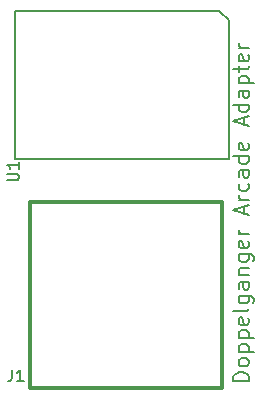
<source format=gto>
G04 #@! TF.GenerationSoftware,KiCad,Pcbnew,no-vcs-found-bf44d39~61~ubuntu16.04.1*
G04 #@! TF.CreationDate,2018-01-04T16:51:09+01:00*
G04 #@! TF.ProjectId,arcade_adapter,6172636164655F616461707465722E6B,rev?*
G04 #@! TF.SameCoordinates,Original*
G04 #@! TF.FileFunction,Legend,Top*
G04 #@! TF.FilePolarity,Positive*
%FSLAX46Y46*%
G04 Gerber Fmt 4.6, Leading zero omitted, Abs format (unit mm)*
G04 Created by KiCad (PCBNEW no-vcs-found-bf44d39~61~ubuntu16.04.1) date Thu Jan  4 16:51:09 2018*
%MOMM*%
%LPD*%
G01*
G04 APERTURE LIST*
%ADD10C,0.200000*%
%ADD11C,0.300000*%
%ADD12C,0.150000*%
G04 APERTURE END LIST*
D10*
X111662295Y-92616942D02*
X110362295Y-92616942D01*
X110362295Y-92307419D01*
X110424200Y-92121704D01*
X110548009Y-91997895D01*
X110671819Y-91935990D01*
X110919438Y-91874085D01*
X111105152Y-91874085D01*
X111352771Y-91935990D01*
X111476580Y-91997895D01*
X111600390Y-92121704D01*
X111662295Y-92307419D01*
X111662295Y-92616942D01*
X111662295Y-91131228D02*
X111600390Y-91255038D01*
X111538485Y-91316942D01*
X111414676Y-91378847D01*
X111043247Y-91378847D01*
X110919438Y-91316942D01*
X110857533Y-91255038D01*
X110795628Y-91131228D01*
X110795628Y-90945514D01*
X110857533Y-90821704D01*
X110919438Y-90759800D01*
X111043247Y-90697895D01*
X111414676Y-90697895D01*
X111538485Y-90759800D01*
X111600390Y-90821704D01*
X111662295Y-90945514D01*
X111662295Y-91131228D01*
X110795628Y-90140752D02*
X112095628Y-90140752D01*
X110857533Y-90140752D02*
X110795628Y-90016942D01*
X110795628Y-89769323D01*
X110857533Y-89645514D01*
X110919438Y-89583609D01*
X111043247Y-89521704D01*
X111414676Y-89521704D01*
X111538485Y-89583609D01*
X111600390Y-89645514D01*
X111662295Y-89769323D01*
X111662295Y-90016942D01*
X111600390Y-90140752D01*
X110795628Y-88964561D02*
X112095628Y-88964561D01*
X110857533Y-88964561D02*
X110795628Y-88840752D01*
X110795628Y-88593133D01*
X110857533Y-88469323D01*
X110919438Y-88407419D01*
X111043247Y-88345514D01*
X111414676Y-88345514D01*
X111538485Y-88407419D01*
X111600390Y-88469323D01*
X111662295Y-88593133D01*
X111662295Y-88840752D01*
X111600390Y-88964561D01*
X111600390Y-87293133D02*
X111662295Y-87416942D01*
X111662295Y-87664561D01*
X111600390Y-87788371D01*
X111476580Y-87850276D01*
X110981342Y-87850276D01*
X110857533Y-87788371D01*
X110795628Y-87664561D01*
X110795628Y-87416942D01*
X110857533Y-87293133D01*
X110981342Y-87231228D01*
X111105152Y-87231228D01*
X111228961Y-87850276D01*
X111662295Y-86488371D02*
X111600390Y-86612180D01*
X111476580Y-86674085D01*
X110362295Y-86674085D01*
X110795628Y-85435990D02*
X111848009Y-85435990D01*
X111971819Y-85497895D01*
X112033723Y-85559800D01*
X112095628Y-85683609D01*
X112095628Y-85869323D01*
X112033723Y-85993133D01*
X111600390Y-85435990D02*
X111662295Y-85559800D01*
X111662295Y-85807419D01*
X111600390Y-85931228D01*
X111538485Y-85993133D01*
X111414676Y-86055038D01*
X111043247Y-86055038D01*
X110919438Y-85993133D01*
X110857533Y-85931228D01*
X110795628Y-85807419D01*
X110795628Y-85559800D01*
X110857533Y-85435990D01*
X111662295Y-84259800D02*
X110981342Y-84259800D01*
X110857533Y-84321704D01*
X110795628Y-84445514D01*
X110795628Y-84693133D01*
X110857533Y-84816942D01*
X111600390Y-84259800D02*
X111662295Y-84383609D01*
X111662295Y-84693133D01*
X111600390Y-84816942D01*
X111476580Y-84878847D01*
X111352771Y-84878847D01*
X111228961Y-84816942D01*
X111167057Y-84693133D01*
X111167057Y-84383609D01*
X111105152Y-84259800D01*
X110795628Y-83640752D02*
X111662295Y-83640752D01*
X110919438Y-83640752D02*
X110857533Y-83578847D01*
X110795628Y-83455038D01*
X110795628Y-83269323D01*
X110857533Y-83145514D01*
X110981342Y-83083609D01*
X111662295Y-83083609D01*
X110795628Y-81907419D02*
X111848009Y-81907419D01*
X111971819Y-81969323D01*
X112033723Y-82031228D01*
X112095628Y-82155038D01*
X112095628Y-82340752D01*
X112033723Y-82464561D01*
X111600390Y-81907419D02*
X111662295Y-82031228D01*
X111662295Y-82278847D01*
X111600390Y-82402657D01*
X111538485Y-82464561D01*
X111414676Y-82526466D01*
X111043247Y-82526466D01*
X110919438Y-82464561D01*
X110857533Y-82402657D01*
X110795628Y-82278847D01*
X110795628Y-82031228D01*
X110857533Y-81907419D01*
X111600390Y-80793133D02*
X111662295Y-80916942D01*
X111662295Y-81164561D01*
X111600390Y-81288371D01*
X111476580Y-81350276D01*
X110981342Y-81350276D01*
X110857533Y-81288371D01*
X110795628Y-81164561D01*
X110795628Y-80916942D01*
X110857533Y-80793133D01*
X110981342Y-80731228D01*
X111105152Y-80731228D01*
X111228961Y-81350276D01*
X111662295Y-80174085D02*
X110795628Y-80174085D01*
X111043247Y-80174085D02*
X110919438Y-80112180D01*
X110857533Y-80050276D01*
X110795628Y-79926466D01*
X110795628Y-79802657D01*
X111290866Y-78440752D02*
X111290866Y-77821704D01*
X111662295Y-78564561D02*
X110362295Y-78131228D01*
X111662295Y-77697895D01*
X111662295Y-77264561D02*
X110795628Y-77264561D01*
X111043247Y-77264561D02*
X110919438Y-77202657D01*
X110857533Y-77140752D01*
X110795628Y-77016942D01*
X110795628Y-76893133D01*
X111600390Y-75902657D02*
X111662295Y-76026466D01*
X111662295Y-76274085D01*
X111600390Y-76397895D01*
X111538485Y-76459800D01*
X111414676Y-76521704D01*
X111043247Y-76521704D01*
X110919438Y-76459800D01*
X110857533Y-76397895D01*
X110795628Y-76274085D01*
X110795628Y-76026466D01*
X110857533Y-75902657D01*
X111662295Y-74788371D02*
X110981342Y-74788371D01*
X110857533Y-74850276D01*
X110795628Y-74974085D01*
X110795628Y-75221704D01*
X110857533Y-75345514D01*
X111600390Y-74788371D02*
X111662295Y-74912180D01*
X111662295Y-75221704D01*
X111600390Y-75345514D01*
X111476580Y-75407419D01*
X111352771Y-75407419D01*
X111228961Y-75345514D01*
X111167057Y-75221704D01*
X111167057Y-74912180D01*
X111105152Y-74788371D01*
X111662295Y-73612180D02*
X110362295Y-73612180D01*
X111600390Y-73612180D02*
X111662295Y-73735990D01*
X111662295Y-73983609D01*
X111600390Y-74107419D01*
X111538485Y-74169323D01*
X111414676Y-74231228D01*
X111043247Y-74231228D01*
X110919438Y-74169323D01*
X110857533Y-74107419D01*
X110795628Y-73983609D01*
X110795628Y-73735990D01*
X110857533Y-73612180D01*
X111600390Y-72497895D02*
X111662295Y-72621704D01*
X111662295Y-72869323D01*
X111600390Y-72993133D01*
X111476580Y-73055038D01*
X110981342Y-73055038D01*
X110857533Y-72993133D01*
X110795628Y-72869323D01*
X110795628Y-72621704D01*
X110857533Y-72497895D01*
X110981342Y-72435990D01*
X111105152Y-72435990D01*
X111228961Y-73055038D01*
X111290866Y-70950276D02*
X111290866Y-70331228D01*
X111662295Y-71074085D02*
X110362295Y-70640752D01*
X111662295Y-70207419D01*
X111662295Y-69216942D02*
X110362295Y-69216942D01*
X111600390Y-69216942D02*
X111662295Y-69340752D01*
X111662295Y-69588371D01*
X111600390Y-69712180D01*
X111538485Y-69774085D01*
X111414676Y-69835990D01*
X111043247Y-69835990D01*
X110919438Y-69774085D01*
X110857533Y-69712180D01*
X110795628Y-69588371D01*
X110795628Y-69340752D01*
X110857533Y-69216942D01*
X111662295Y-68040752D02*
X110981342Y-68040752D01*
X110857533Y-68102657D01*
X110795628Y-68226466D01*
X110795628Y-68474085D01*
X110857533Y-68597895D01*
X111600390Y-68040752D02*
X111662295Y-68164561D01*
X111662295Y-68474085D01*
X111600390Y-68597895D01*
X111476580Y-68659800D01*
X111352771Y-68659800D01*
X111228961Y-68597895D01*
X111167057Y-68474085D01*
X111167057Y-68164561D01*
X111105152Y-68040752D01*
X110795628Y-67421704D02*
X112095628Y-67421704D01*
X110857533Y-67421704D02*
X110795628Y-67297895D01*
X110795628Y-67050276D01*
X110857533Y-66926466D01*
X110919438Y-66864561D01*
X111043247Y-66802657D01*
X111414676Y-66802657D01*
X111538485Y-66864561D01*
X111600390Y-66926466D01*
X111662295Y-67050276D01*
X111662295Y-67297895D01*
X111600390Y-67421704D01*
X110795628Y-66431228D02*
X110795628Y-65935990D01*
X110362295Y-66245514D02*
X111476580Y-66245514D01*
X111600390Y-66183609D01*
X111662295Y-66059800D01*
X111662295Y-65935990D01*
X111600390Y-65007419D02*
X111662295Y-65131228D01*
X111662295Y-65378847D01*
X111600390Y-65502657D01*
X111476580Y-65564561D01*
X110981342Y-65564561D01*
X110857533Y-65502657D01*
X110795628Y-65378847D01*
X110795628Y-65131228D01*
X110857533Y-65007419D01*
X110981342Y-64945514D01*
X111105152Y-64945514D01*
X111228961Y-65564561D01*
X111662295Y-64388371D02*
X110795628Y-64388371D01*
X111043247Y-64388371D02*
X110919438Y-64326466D01*
X110857533Y-64264561D01*
X110795628Y-64140752D01*
X110795628Y-64016942D01*
D11*
X93139800Y-77441600D02*
X109399800Y-77441600D01*
X93139800Y-93191600D02*
X93139800Y-77441600D01*
X109399800Y-93191600D02*
X109399800Y-77441600D01*
X93139800Y-93191600D02*
X109399800Y-93191600D01*
D12*
X109143800Y-61265000D02*
X109943800Y-62065000D01*
X109943800Y-62065000D02*
X109943800Y-73865000D01*
X109943800Y-73865000D02*
X91833800Y-73865000D01*
X91833800Y-73865000D02*
X91833800Y-61265000D01*
X91833800Y-61265000D02*
X109143800Y-61265000D01*
X91614666Y-91654380D02*
X91614666Y-92368666D01*
X91567047Y-92511523D01*
X91471809Y-92606761D01*
X91328952Y-92654380D01*
X91233714Y-92654380D01*
X92614666Y-92654380D02*
X92043238Y-92654380D01*
X92328952Y-92654380D02*
X92328952Y-91654380D01*
X92233714Y-91797238D01*
X92138476Y-91892476D01*
X92043238Y-91940095D01*
X91197180Y-75641104D02*
X92006704Y-75641104D01*
X92101942Y-75593485D01*
X92149561Y-75545866D01*
X92197180Y-75450628D01*
X92197180Y-75260152D01*
X92149561Y-75164914D01*
X92101942Y-75117295D01*
X92006704Y-75069676D01*
X91197180Y-75069676D01*
X92197180Y-74069676D02*
X92197180Y-74641104D01*
X92197180Y-74355390D02*
X91197180Y-74355390D01*
X91340038Y-74450628D01*
X91435276Y-74545866D01*
X91482895Y-74641104D01*
M02*

</source>
